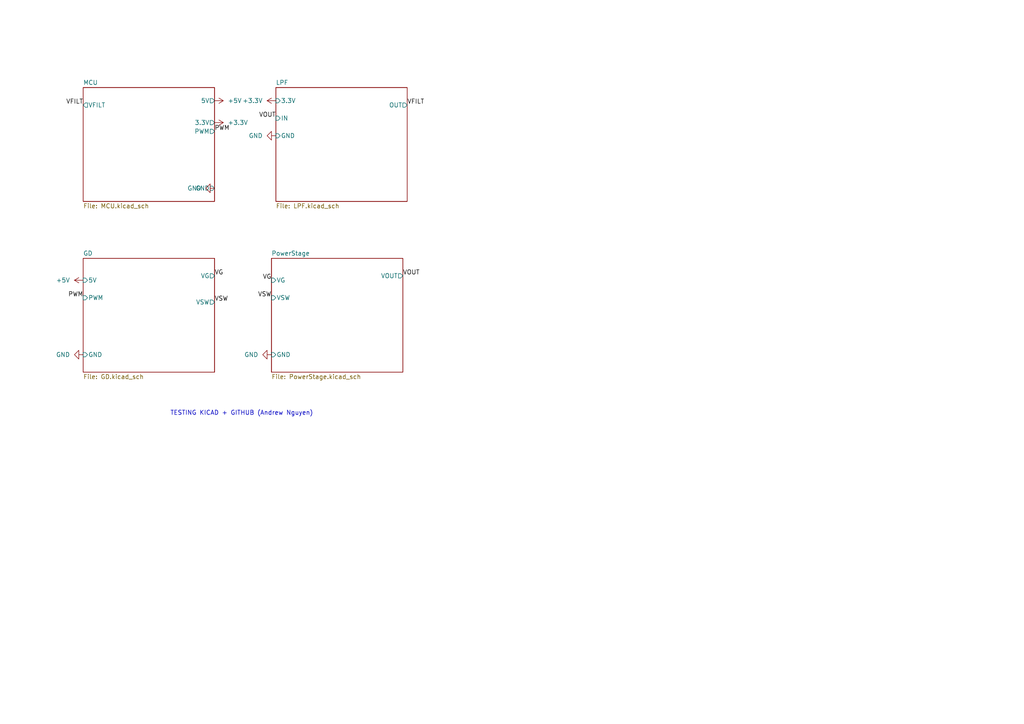
<source format=kicad_sch>
(kicad_sch (version 20231120) (generator "eeschema") (generator_version "8.0")
  (paper "A4")
  (title_block (title "Buck Converter") (date "2025-02-01") (rev "v0"))
  (lib_symbols
    (symbol "power:+3.3V" (power) (pin_numbers hide) (pin_names (offset 0) hide)
      (property "Value" "+3.3V" (at 0 3.556 0))
      (symbol "+3.3V_0_1"
        (polyline (pts (xy -0.762 1.27) (xy 0 2.54)))
        (polyline (pts (xy 0 0) (xy 0 2.54)))
        (polyline (pts (xy 0 2.54) (xy 0.762 1.27)))
      )
      (symbol "+3.3V_1_1"
        (pin power_in line (at 0 0 90) (length 0) (name "~") (number "1"))
      )
    )
    (symbol "power:+5V" (power) (pin_numbers hide) (pin_names (offset 0) hide)
      (property "Value" "+5V" (at 0 3.556 0))
      (symbol "+5V_0_1"
        (polyline (pts (xy -0.762 1.27) (xy 0 2.54)))
        (polyline (pts (xy 0 0) (xy 0 2.54)))
        (polyline (pts (xy 0 2.54) (xy 0.762 1.27)))
      )
      (symbol "+5V_1_1"
        (pin power_in line (at 0 0 90) (length 0) (name "~") (number "1"))
      )
    )
    (symbol "power:GND" (power) (pin_numbers hide) (pin_names (offset 0) hide)
      (property "Value" "GND" (at 0 -3.81 0))
      (symbol "GND_0_1"
        (polyline (pts (xy 0 0) (xy 0 -1.27) (xy 1.27 -1.27) (xy 0 -2.54) (xy -1.27 -1.27) (xy 0 -1.27)))
      )
      (symbol "GND_1_1"
        (pin power_in line (at 0 0 270) (length 0) (name "~") (number "1"))
      )
    )
  )
  (text "TESTING KICAD + GITHUB (Andrew Nguyen)" (at 70.104 119.888 0) (effects (font (size 1.27 1.27))))
  (label "PWM" (at 24.13 86.36 180))
  (label "VOUT" (at 116.84 80.01 0))
  (label "PWM" (at 62.23 38.1 0))
  (label "VG" (at 78.74 81.28 180))
  (label "VG" (at 62.23 80.01 0))
  (label "VFILT" (at 24.13 30.48 180))
  (label "VOUT" (at 80.01 34.29 180))
  (label "VSW" (at 78.74 86.36 180))
  (label "VSW" (at 62.23 87.63 0))
  (label "VFILT" (at 118.11 30.48 0))
  (symbol (lib_id "power:GND") (at 62.23 54.61 270) (unit 1)
    (property "Reference" "#PWR01" (effects (hide yes)))
    (property "Value" "GND" (at 58.42 54.6099 90) (effects (justify right)))
    (property "Description" "Power symbol creates a global label with name \"GND\" , ground" (effects (hide yes)))
  )
  (symbol (lib_id "power:+3.3V") (at 80.01 29.21 90) (unit 1)
    (property "Reference" "#PWR06" (effects (hide yes)))
    (property "Value" "+3.3V" (at 76.2 29.2099 90) (effects (justify left)))
    (property "Description" "Power symbol creates a global label with name \"+3.3V\"" (effects (hide yes)))
  )
  (symbol (lib_id "power:+5V") (at 24.13 81.28 90) (unit 1)
    (property "Reference" "#PWR08" (effects (hide yes)))
    (property "Value" "+5V" (at 20.32 81.2799 90) (effects (justify left)))
    (property "Description" "Power symbol creates a global label with name \"+5V\"" (effects (hide yes)))
  )
  (symbol (lib_id "power:GND") (at 80.01 39.37 270) (unit 1)
    (property "Reference" "#PWR04" (effects (hide yes)))
    (property "Value" "GND" (at 76.2 39.3699 90) (effects (justify right)))
    (property "Description" "Power symbol creates a global label with name \"GND\" , ground" (effects (hide yes)))
  )
  (symbol (lib_id "power:+3.3V") (at 62.23 35.56 270) (unit 1)
    (property "Reference" "#PWR05" (effects (hide yes)))
    (property "Value" "+3.3V" (at 66.04 35.5599 90) (effects (justify left)))
    (property "Description" "Power symbol creates a global label with name \"+3.3V\"" (effects (hide yes)))
  )
  (symbol (lib_id "power:GND") (at 78.74 102.87 270) (unit 1)
    (property "Reference" "#PWR03" (effects (hide yes)))
    (property "Value" "GND" (at 74.93 102.8699 90) (effects (justify right)))
    (property "Description" "Power symbol creates a global label with name \"GND\" , ground" (effects (hide yes)))
  )
  (symbol (lib_id "power:+5V") (at 62.23 29.21 270) (unit 1)
    (property "Reference" "#PWR07" (effects (hide yes)))
    (property "Value" "+5V" (at 66.04 29.2099 90) (effects (justify left)))
    (property "Description" "Power symbol creates a global label with name \"+5V\"" (effects (hide yes)))
  )
  (symbol (lib_id "power:GND") (at 24.13 102.87 270) (unit 1)
    (property "Reference" "#PWR02" (effects (hide yes)))
    (property "Value" "GND" (at 20.32 102.8699 90) (effects (justify right)))
    (property "Description" "Power symbol creates a global label with name \"GND\" , ground" (effects (hide yes)))
  )
  (sheet (at 80.01 25.4) (size 38.1 33.02) (stroke (width 0.1524))
    (property "Sheetname" "LPF" (at 80.01 24.6884 0) (effects (justify left bottom)))
    (property "Sheetfile" "LPF.kicad_sch" (at 80.01 59.0046 0) (effects (justify left top)))
    (pin "3.3V" input (at 80.01 29.21 180))
    (pin "OUT" output (at 118.11 30.48 0))
    (pin "IN" input (at 80.01 34.29 180))
    (pin "GND" input (at 80.01 39.37 180))
  )
  (sheet (at 24.13 74.93) (size 38.1 33.02) (stroke (width 0.1524))
    (property "Sheetname" "GD" (at 24.13 74.2184 0) (effects (justify left bottom)))
    (property "Sheetfile" "GD.kicad_sch" (at 24.13 108.5346 0) (effects (justify left top)))
    (pin "5V" input (at 24.13 81.28 180))
    (pin "PWM" input (at 24.13 86.36 180))
    (pin "GND" input (at 24.13 102.87 180))
    (pin "VG" output (at 62.23 80.01 0))
    (pin "VSW" output (at 62.23 87.63 0))
  )
  (sheet (at 24.13 25.4) (size 38.1 33.02) (stroke (width 0.1524))
    (property "Sheetname" "MCU" (at 24.13 24.6884 0) (effects (justify left bottom)))
    (property "Sheetfile" "MCU.kicad_sch" (at 24.13 59.0046 0) (effects (justify left top)))
    (pin "VFILT" output (at 24.13 30.48 180))
    (pin "3.3V" output (at 62.23 35.56 0))
    (pin "GND" output (at 62.23 54.61 0))
    (pin "PWM" output (at 62.23 38.1 0))
    (pin "5V" output (at 62.23 29.21 0))
  )
  (sheet (at 78.74 74.93) (size 38.1 33.02) (stroke (width 0.1524))
    (property "Sheetname" "PowerStage" (at 78.74 74.2184 0) (effects (justify left bottom)))
    (property "Sheetfile" "PowerStage.kicad_sch" (at 78.74 108.5346 0) (effects (justify left top)))
    (pin "VG" input (at 78.74 81.28 180))
    (pin "VSW" input (at 78.74 86.36 180))
    (pin "GND" input (at 78.74 102.87 180))
    (pin "VOUT" output (at 116.84 80.01 0))
  )
)
</source>
